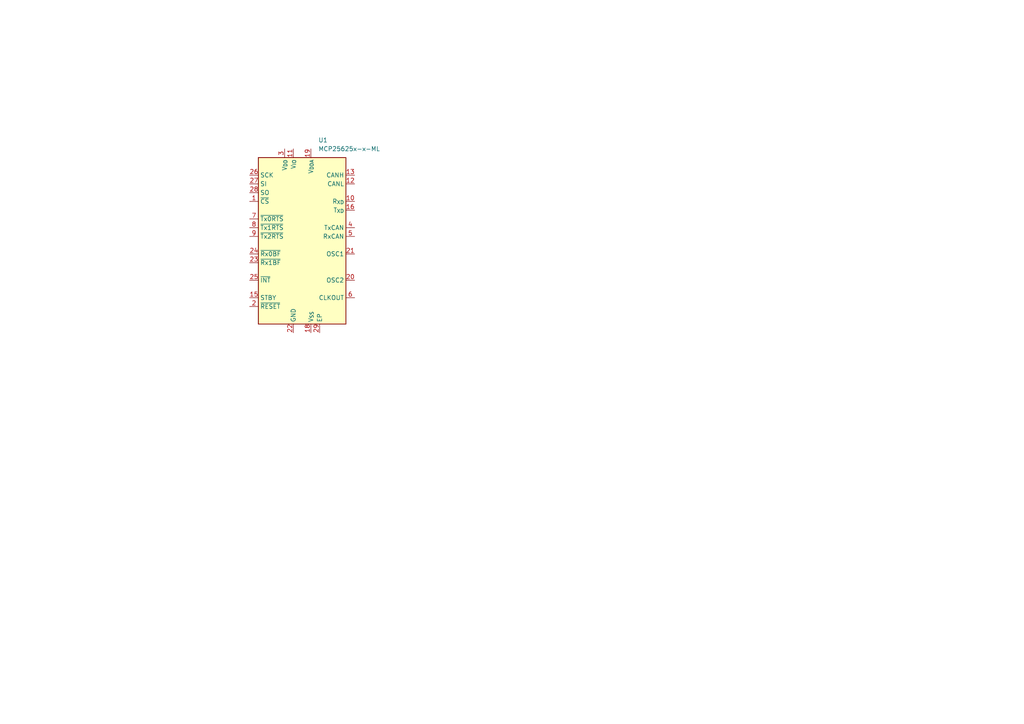
<source format=kicad_sch>
(kicad_sch (version 20250114) (generator "eeschema") (generator_version "9.0")
  (paper "A4")
  (lib_symbols
    (symbol "Interface_CAN_LIN:MCP25625x-x-ML"
      (property "Reference" "U" (at -11.43 26.67 0))
      (property "Value" "MCP25625x-x-ML" (at 15.24 26.67 0))
      (symbol "MCP25625x-x-ML_0_1"
        (rectangle (start -12.7 25.4) (end 12.7 -22.86) (stroke (width 0.254)) (fill (type background)))
      )
      (symbol "MCP25625x-x-ML_1_0"
        (pin passive line (at 5.08 -25.4 90) (length 2.54) (name "EP") (number "29"))
      )
      (symbol "MCP25625x-x-ML_1_1"
        (pin input line (at -15.24 20.32 0) (length 2.54) (name "SCK") (number "26"))
        (pin input line (at -15.24 17.78 0) (length 2.54) (name "SI") (number "27"))
        (pin output line (at -15.24 15.24 0) (length 2.54) (name "SO") (number "28"))
        (pin input line (at -15.24 12.7 0) (length 2.54) (name "~{CS}") (number "1"))
        (pin input line (at -15.24 7.62 0) (length 2.54) (name "~{Tx0RTS}") (number "7"))
        (pin input line (at -15.24 5.08 0) (length 2.54) (name "~{Tx1RTS}") (number "8"))
        (pin input line (at -15.24 2.54 0) (length 2.54) (name "~{Tx2RTS}") (number "9"))
        (pin output line (at -15.24 -2.54 0) (length 2.54) (name "~{Rx0BF}") (number "24"))
        (pin output line (at -15.24 -5.08 0) (length 2.54) (name "~{Rx1BF}") (number "23"))
        (pin output line (at -15.24 -10.16 0) (length 2.54) (name "~{INT}") (number "25"))
        (pin input line (at -15.24 -15.24 0) (length 2.54) (name "STBY") (number "15"))
        (pin input line (at -15.24 -17.78 0) (length 2.54) (name "~{RESET}") (number "2"))
        (pin power_in line (at -5.08 27.94 270) (length 2.54) (name "V_{DD}") (number "3"))
        (pin power_in line (at -2.54 27.94 270) (length 2.54) (name "V_{IO}") (number "11"))
        (pin power_in line (at -2.54 -25.4 90) (length 2.54) (name "GND") (number "22"))
        (pin power_in line (at 2.54 27.94 270) (length 2.54) (name "V_{DDA}") (number "19"))
        (pin power_in line (at 2.54 -25.4 90) (length 2.54) (name "V_{SS}") (number "18"))
        (pin no_connect line (at 12.7 -17.78 180) (length 2.54) (hide yes) (name "NC") (number "14"))
        (pin no_connect line (at 12.7 -20.32 180) (length 2.54) (hide yes) (name "NC") (number "17"))
        (pin bidirectional line (at 15.24 20.32 180) (length 2.54) (name "CANH") (number "13"))
        (pin bidirectional line (at 15.24 17.78 180) (length 2.54) (name "CANL") (number "12"))
        (pin output line (at 15.24 12.7 180) (length 2.54) (name "R_{XD}") (number "10"))
        (pin input line (at 15.24 10.16 180) (length 2.54) (name "T_{XD}") (number "16"))
        (pin output line (at 15.24 5.08 180) (length 2.54) (name "TxCAN") (number "4"))
        (pin input line (at 15.24 2.54 180) (length 2.54) (name "RxCAN") (number "5"))
        (pin input line (at 15.24 -2.54 180) (length 2.54) (name "OSC1") (number "21"))
        (pin output line (at 15.24 -10.16 180) (length 2.54) (name "OSC2") (number "20"))
        (pin output line (at 15.24 -15.24 180) (length 2.54) (name "CLKOUT") (number "6"))
      )
    )
  )
  (symbol (lib_id "Interface_CAN_LIN:MCP25625x-x-ML") (at 87.63 71.12 0) (unit 1)
    (property "Reference" "U1" (at 92.3133 40.64 0) (effects (justify left)))
    (property "Value" "MCP25625x-x-ML" (at 92.3133 43.18 0) (effects (justify left)))
    (property "Footprint" "Package_DFN_QFN:QFN-28-1EP_6x6mm_P0.65mm_EP4.25x4.25mm" (effects (hide yes)))
    (property "Datasheet" "https://ww1.microchip.com/downloads/aemDocuments/documents/OTH/ProductDocuments/DataSheets/MCP25625-CAN-Controller-Data-Sheet-20005282C.pdf" (effects (hide yes)))
    (property "Description" "Stand-Alone CAN Controller with SPI Interface and integated Transceiver, VQFN-28" (effects (hide yes)))
  )
)
</source>
